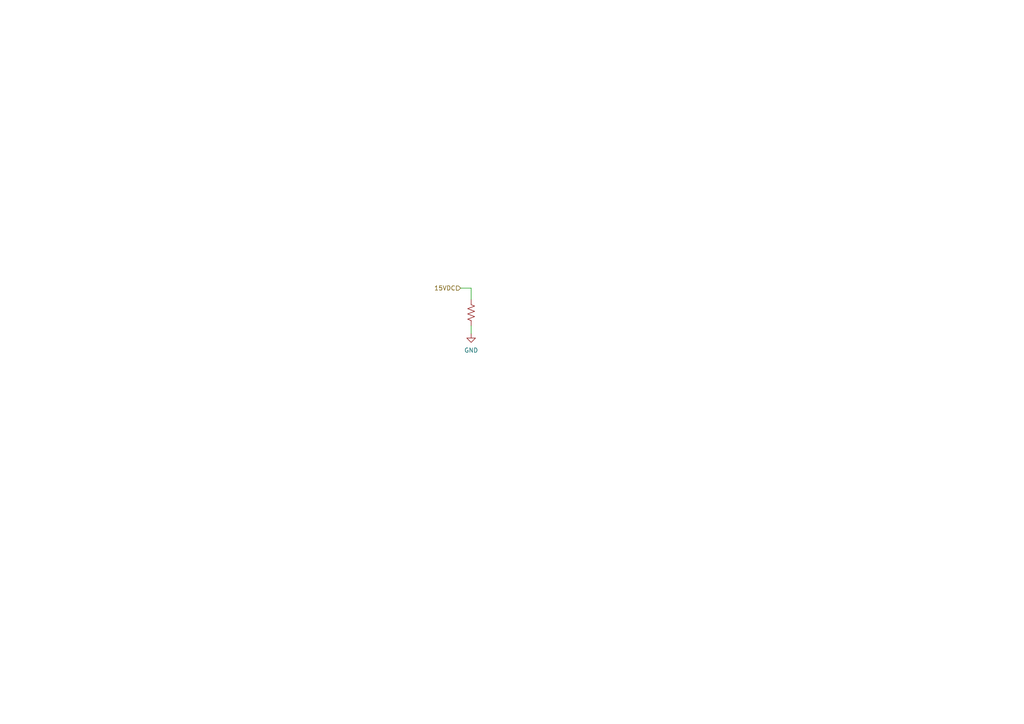
<source format=kicad_sch>
(kicad_sch (version 20211123) (generator eeschema)
  (paper "A4")
  (lib_symbols
    (symbol "Device:R_US" (pin_numbers hide) (pin_names (offset 0))
      (property "Reference" "R" (at 2.54 0 90))
      (property "Value" "R_US" (at -2.54 0 90))
      (symbol "R_US_0_1"
        (polyline (pts (xy 0 -2.286) (xy 0 -2.54)))
        (polyline (pts (xy 0 2.286) (xy 0 2.54)))
        (polyline (pts (xy 0 -0.762) (xy 1.016 -1.143) (xy 0 -1.524) (xy -1.016 -1.905) (xy 0 -2.286)))
        (polyline (pts (xy 0 0.762) (xy 1.016 0.381) (xy 0 0) (xy -1.016 -0.381) (xy 0 -0.762)))
        (polyline (pts (xy 0 2.286) (xy 1.016 1.905) (xy 0 1.524) (xy -1.016 1.143) (xy 0 0.762)))
      )
      (symbol "R_US_1_1"
        (pin passive line (at 0 3.81 270) (length 1.27) (name "~") (number "1"))
        (pin passive line (at 0 -3.81 90) (length 1.27) (name "~") (number "2"))
      )
    )
    (symbol "power:GND" (power) (pin_names (offset 0))
      (property "Value" "GND" (at 0 -3.81 0))
      (symbol "GND_0_1"
        (polyline (pts (xy 0 0) (xy 0 -1.27) (xy 1.27 -1.27) (xy 0 -2.54) (xy -1.27 -1.27) (xy 0 -1.27)))
      )
      (symbol "GND_1_1"
        (pin power_in line (at 0 0 270) (length 0) hide (name "GND") (number "1"))
      )
    )
  )
  (wire (pts (xy 133.604 83.566) (xy 136.652 83.566)))
  (wire (pts (xy 136.652 96.774) (xy 136.652 94.488)))
  (wire (pts (xy 136.652 86.868) (xy 136.652 83.566)))
  (hierarchical_label "15VDC" (shape input) (at 133.604 83.566 180))
  (symbol (lib_id "Device:R_US") (at 136.652 90.678 0) (unit 1)
    (property "Reference" "R_lights_01" (effects hide))
    (property "Value" "R_US" (effects hide))
  )
  (symbol (lib_id "power:GND") (at 136.652 96.774 0) (unit 1)
    (property "Reference" "#PWR?" (effects hide))
    (property "Value" "GND" (at 136.652 101.6 0))
  )
)
</source>
